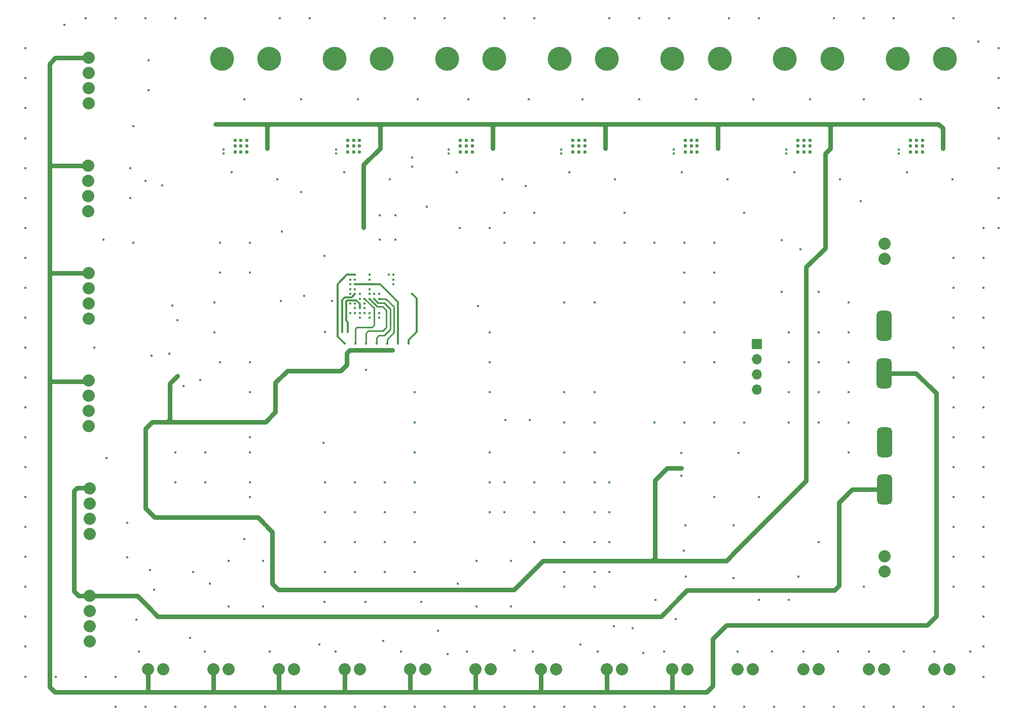
<source format=gbr>
%TF.GenerationSoftware,KiCad,Pcbnew,6.0.0*%
%TF.CreationDate,2022-01-12T19:51:09-05:00*%
%TF.ProjectId,sensor-board,73656e73-6f72-42d6-926f-6172642e6b69,-1*%
%TF.SameCoordinates,Original*%
%TF.FileFunction,Copper,L3,Inr*%
%TF.FilePolarity,Positive*%
%FSLAX46Y46*%
G04 Gerber Fmt 4.6, Leading zero omitted, Abs format (unit mm)*
G04 Created by KiCad (PCBNEW 6.0.0) date 2022-01-12 19:51:09*
%MOMM*%
%LPD*%
G01*
G04 APERTURE LIST*
G04 Aperture macros list*
%AMRoundRect*
0 Rectangle with rounded corners*
0 $1 Rounding radius*
0 $2 $3 $4 $5 $6 $7 $8 $9 X,Y pos of 4 corners*
0 Add a 4 corners polygon primitive as box body*
4,1,4,$2,$3,$4,$5,$6,$7,$8,$9,$2,$3,0*
0 Add four circle primitives for the rounded corners*
1,1,$1+$1,$2,$3*
1,1,$1+$1,$4,$5*
1,1,$1+$1,$6,$7*
1,1,$1+$1,$8,$9*
0 Add four rect primitives between the rounded corners*
20,1,$1+$1,$2,$3,$4,$5,0*
20,1,$1+$1,$4,$5,$6,$7,0*
20,1,$1+$1,$6,$7,$8,$9,0*
20,1,$1+$1,$8,$9,$2,$3,0*%
G04 Aperture macros list end*
%TA.AperFunction,ComponentPad*%
%ADD10C,2.032000*%
%TD*%
%TA.AperFunction,ComponentPad*%
%ADD11C,4.000000*%
%TD*%
%TA.AperFunction,HeatsinkPad*%
%ADD12C,0.600000*%
%TD*%
%TA.AperFunction,ComponentPad*%
%ADD13R,1.700000X1.700000*%
%TD*%
%TA.AperFunction,ComponentPad*%
%ADD14O,1.700000X1.700000*%
%TD*%
%TA.AperFunction,ComponentPad*%
%ADD15RoundRect,0.625000X-0.625000X1.875000X-0.625000X-1.875000X0.625000X-1.875000X0.625000X1.875000X0*%
%TD*%
%TA.AperFunction,ViaPad*%
%ADD16C,0.400000*%
%TD*%
%TA.AperFunction,Conductor*%
%ADD17C,0.800000*%
%TD*%
%TA.AperFunction,Conductor*%
%ADD18C,0.250000*%
%TD*%
%TA.AperFunction,Conductor*%
%ADD19C,0.300000*%
%TD*%
G04 APERTURE END LIST*
D10*
X126708456Y-151300000D03*
X129248456Y-151300000D03*
D11*
X121993933Y-49242000D03*
X114093933Y-49242000D03*
D10*
X214294172Y-151300000D03*
X216834172Y-151300000D03*
X192397740Y-151300000D03*
X194937740Y-151300000D03*
X72989600Y-67089000D03*
X72989600Y-69629000D03*
X72989600Y-72169000D03*
X72989600Y-74709000D03*
X73014600Y-49109000D03*
X73014600Y-51649000D03*
X73014600Y-54189000D03*
X73014600Y-56729000D03*
X205957600Y-134946000D03*
X205957600Y-132406000D03*
D11*
X216035600Y-49242000D03*
X208135600Y-49242000D03*
D12*
X212302268Y-62842000D03*
X212302268Y-63842000D03*
X210302268Y-62842000D03*
X212302268Y-64842000D03*
X211302268Y-62842000D03*
X211302268Y-63842000D03*
X210302268Y-63842000D03*
X210302268Y-64842000D03*
X211302268Y-64842000D03*
D10*
X205957600Y-82688000D03*
X205957600Y-80148000D03*
D12*
X97485600Y-64842000D03*
X99485600Y-63842000D03*
X97485600Y-63842000D03*
X97485600Y-62842000D03*
X99485600Y-64842000D03*
X99485600Y-62842000D03*
X98485600Y-64842000D03*
X98485600Y-62842000D03*
X98485600Y-63842000D03*
D10*
X73240790Y-139009000D03*
X73240790Y-141549000D03*
X73240790Y-144089000D03*
X73240790Y-146629000D03*
D11*
X178418932Y-49242000D03*
X170518932Y-49242000D03*
X159610599Y-49242000D03*
X151710599Y-49242000D03*
D10*
X137656670Y-151300000D03*
X140196670Y-151300000D03*
D13*
X184600000Y-96920000D03*
D14*
X184600000Y-99460000D03*
X184600000Y-102000000D03*
X184600000Y-104540000D03*
D10*
X82915600Y-151300000D03*
X85455600Y-151300000D03*
X181449526Y-151300000D03*
X183989526Y-151300000D03*
X104812028Y-151300000D03*
X107352028Y-151300000D03*
D12*
X155910599Y-63842000D03*
X155910599Y-62842000D03*
X153910599Y-63842000D03*
X153910599Y-62842000D03*
X154910599Y-64842000D03*
X154910599Y-63842000D03*
X155910599Y-64842000D03*
X154910599Y-62842000D03*
X153910599Y-64842000D03*
D15*
X205875000Y-101793333D03*
X205875000Y-93893333D03*
D11*
X103185600Y-49242000D03*
X95285600Y-49242000D03*
D10*
X73014600Y-103049000D03*
X73014600Y-105589000D03*
X73014600Y-108129000D03*
X73014600Y-110669000D03*
D12*
X137102266Y-62842000D03*
X137102266Y-64842000D03*
X136102266Y-63842000D03*
X135102266Y-64842000D03*
X135102266Y-63842000D03*
X137102266Y-63842000D03*
X136102266Y-64842000D03*
X135102266Y-62842000D03*
X136102266Y-62842000D03*
X191493933Y-62842000D03*
X193493933Y-63842000D03*
X192493933Y-62842000D03*
X191493933Y-63842000D03*
X192493933Y-63842000D03*
X192493933Y-64842000D03*
X193493933Y-64842000D03*
X191493933Y-64842000D03*
X193493933Y-62842000D03*
D11*
X197227265Y-49242000D03*
X189327265Y-49242000D03*
D10*
X73014600Y-85069000D03*
X73014600Y-87609000D03*
X73014600Y-90149000D03*
X73014600Y-92689000D03*
X93863814Y-151300000D03*
X96403814Y-151300000D03*
X115760242Y-151300000D03*
X118300242Y-151300000D03*
X148604884Y-151300000D03*
X151144884Y-151300000D03*
X159553098Y-151300000D03*
X162093098Y-151300000D03*
D15*
X205957600Y-121200666D03*
X205957600Y-113300666D03*
D10*
X170501312Y-151300000D03*
X173041312Y-151300000D03*
D12*
X173685600Y-62842000D03*
X172685600Y-62842000D03*
X174685600Y-63842000D03*
X174685600Y-62842000D03*
X173685600Y-64842000D03*
X172685600Y-63842000D03*
X172685600Y-64842000D03*
X173685600Y-63842000D03*
X174685600Y-64842000D03*
X118293933Y-64842000D03*
X118293933Y-62842000D03*
X116293933Y-62842000D03*
X117293933Y-62842000D03*
X117293933Y-63842000D03*
X117293933Y-64842000D03*
X116293933Y-64842000D03*
X118293933Y-63842000D03*
X116293933Y-63842000D03*
D10*
X73240790Y-121029000D03*
X73240790Y-123569000D03*
X73240790Y-126109000D03*
X73240790Y-128649000D03*
D11*
X140802266Y-49242000D03*
X132902266Y-49242000D03*
D10*
X203345954Y-151300000D03*
X205885954Y-151300000D03*
D16*
X112500000Y-120000000D03*
X195000000Y-105000000D03*
X197500000Y-42500000D03*
X182500000Y-157500000D03*
X174500000Y-56000000D03*
X222500000Y-112500000D03*
X162500000Y-75000000D03*
X190000000Y-139700000D03*
X217500000Y-117500000D03*
X135000000Y-77500000D03*
X191600000Y-135800000D03*
X134710600Y-136951000D03*
X127500000Y-42500000D03*
X127500000Y-110000000D03*
X100000000Y-85000000D03*
X108500000Y-71500000D03*
X195000000Y-130000000D03*
X118000000Y-56000000D03*
X62500000Y-57500000D03*
X80500000Y-80000000D03*
X87500000Y-120000000D03*
X157500000Y-105000000D03*
X155500000Y-56000000D03*
X120735600Y-88542000D03*
X127500000Y-125000000D03*
X69000000Y-43600000D03*
X225000000Y-72500000D03*
X112400000Y-140000000D03*
X114235600Y-148350000D03*
X217500000Y-132500000D03*
X202000000Y-73000000D03*
X152500000Y-80000000D03*
X217500000Y-97500000D03*
X99000000Y-56000000D03*
X77500000Y-157500000D03*
X200000000Y-110000000D03*
X177500000Y-122500000D03*
X127500000Y-105000000D03*
X152500000Y-125000000D03*
X80500000Y-60500000D03*
X225000000Y-67500000D03*
X200000000Y-115000000D03*
X191926600Y-81103000D03*
X217500000Y-102500000D03*
X116735600Y-90142000D03*
X95000000Y-100000000D03*
X77500000Y-42500000D03*
X129500000Y-74000000D03*
X222500000Y-152500000D03*
X193500000Y-56000000D03*
X157500000Y-80000000D03*
X225000000Y-62500000D03*
X220260600Y-148275000D03*
X87500000Y-157500000D03*
X160000000Y-135000000D03*
X102500000Y-157500000D03*
X212500000Y-157500000D03*
X122500000Y-135000000D03*
X62500000Y-77500000D03*
X157500000Y-137500000D03*
X62500000Y-87500000D03*
X217500000Y-87500000D03*
X147500000Y-157500000D03*
X142500000Y-157500000D03*
X142500000Y-75000000D03*
X222500000Y-107500000D03*
X121535600Y-88542000D03*
X190000000Y-95000000D03*
X140000000Y-77500000D03*
X81000000Y-143000000D03*
X62500000Y-112500000D03*
X140000000Y-125000000D03*
X152500000Y-135000000D03*
X162500000Y-157500000D03*
X75500000Y-79500000D03*
X62500000Y-117500000D03*
X167700000Y-139700000D03*
X81435600Y-148350000D03*
X172500000Y-80000000D03*
X127500000Y-135000000D03*
X62500000Y-137500000D03*
X80000000Y-67500000D03*
X202500000Y-56000000D03*
X62500000Y-72500000D03*
X62500000Y-127500000D03*
X83275600Y-134663000D03*
X110000000Y-42500000D03*
X125235600Y-148350000D03*
X221600000Y-46400000D03*
X62500000Y-67500000D03*
X100000000Y-112500000D03*
X197500000Y-157500000D03*
X195000000Y-100000000D03*
X62500000Y-107500000D03*
X119343600Y-101242500D03*
X119300000Y-140000000D03*
X140000000Y-100000000D03*
X177500000Y-100000000D03*
X157500000Y-125000000D03*
X86500000Y-98500000D03*
X212000000Y-56000000D03*
X122500000Y-125000000D03*
X100000000Y-115000000D03*
X92500000Y-115000000D03*
X180000000Y-42500000D03*
X144200000Y-148100000D03*
X177500000Y-80000000D03*
X137500000Y-157500000D03*
X172500000Y-157500000D03*
X122500000Y-130000000D03*
X217500000Y-127500000D03*
X95000000Y-85000000D03*
X152500000Y-90000000D03*
X84000000Y-138000000D03*
X62500000Y-82500000D03*
X94000000Y-95000000D03*
X222500000Y-102500000D03*
X62500000Y-97500000D03*
X200000000Y-100000000D03*
X146500000Y-56000000D03*
X77500000Y-152500000D03*
X142500000Y-80000000D03*
X100000000Y-100000000D03*
X165700000Y-148600000D03*
X95000000Y-80000000D03*
X188802400Y-88159400D03*
X140000000Y-115000000D03*
X152500000Y-110000000D03*
X117535600Y-86142000D03*
X105000000Y-42500000D03*
X117500000Y-135000000D03*
X222500000Y-132500000D03*
X152500000Y-115000000D03*
X157500000Y-115000000D03*
X147500000Y-130000000D03*
X170000000Y-42500000D03*
X165000000Y-56000000D03*
X83000000Y-49500000D03*
X185000000Y-122500000D03*
X133000000Y-148700000D03*
X209210600Y-148275000D03*
X152500000Y-137500000D03*
X202500000Y-157500000D03*
X222500000Y-77500000D03*
X132500000Y-157500000D03*
X165000000Y-42500000D03*
X127500000Y-120000000D03*
X87835600Y-92919000D03*
X200000000Y-105000000D03*
X74000000Y-97500000D03*
X152500000Y-130000000D03*
X132500000Y-42500000D03*
X119935600Y-88542000D03*
X128000000Y-56000000D03*
X172500000Y-95000000D03*
X222500000Y-92500000D03*
X177500000Y-85000000D03*
X117500000Y-125000000D03*
X112500000Y-157500000D03*
X195000000Y-110000000D03*
X182500000Y-75000000D03*
X122200000Y-146500000D03*
X177500000Y-110000000D03*
X62500000Y-62500000D03*
X217500000Y-112500000D03*
X97500000Y-157500000D03*
X103235600Y-148350000D03*
X127500000Y-157500000D03*
X198160600Y-148275000D03*
X111600000Y-147100000D03*
X172500000Y-90000000D03*
X217500000Y-137500000D03*
X222500000Y-147500000D03*
X177500000Y-95000000D03*
X190000000Y-105000000D03*
X222500000Y-117500000D03*
X140000000Y-120000000D03*
X172500000Y-110000000D03*
X222500000Y-142500000D03*
X140000000Y-105000000D03*
X182500000Y-110000000D03*
X172458600Y-131490000D03*
X217500000Y-107500000D03*
X82500000Y-42500000D03*
X157500000Y-157500000D03*
X162500000Y-80000000D03*
X157500000Y-110000000D03*
X147500000Y-80000000D03*
X67500000Y-152500000D03*
X217500000Y-42500000D03*
X92435600Y-148350000D03*
X147500000Y-75000000D03*
X87000000Y-90500000D03*
X217500000Y-157500000D03*
X157500000Y-120000000D03*
X92500000Y-42500000D03*
X80000000Y-72500000D03*
X62500000Y-102500000D03*
X188802400Y-79553600D03*
X93308600Y-136951000D03*
X122500000Y-120000000D03*
X62500000Y-52500000D03*
X147235600Y-148350000D03*
X167500000Y-157500000D03*
X100000000Y-120000000D03*
X163900000Y-144400000D03*
X108500000Y-56000000D03*
X62500000Y-152500000D03*
X112500000Y-135000000D03*
X167500000Y-80000000D03*
X172500000Y-85000000D03*
X142500000Y-125000000D03*
X160800000Y-144100000D03*
X225000000Y-52500000D03*
X207500000Y-157500000D03*
X117500000Y-157500000D03*
X152500000Y-157500000D03*
X128600000Y-140000000D03*
X185000000Y-139700000D03*
X127500000Y-115000000D03*
X195000000Y-88215000D03*
X158035600Y-148350000D03*
X160000000Y-125000000D03*
X146000000Y-70500000D03*
X207500000Y-42500000D03*
X192500000Y-157500000D03*
X87500000Y-115000000D03*
X62500000Y-132500000D03*
X157500000Y-135000000D03*
X152500000Y-105000000D03*
X222500000Y-137500000D03*
X94000000Y-90000000D03*
X217500000Y-122500000D03*
X92500000Y-120000000D03*
X225000000Y-77500000D03*
X147500000Y-120000000D03*
X62500000Y-122500000D03*
X136235600Y-148350000D03*
X190000000Y-100000000D03*
X62500000Y-92500000D03*
X181573600Y-115107000D03*
X187500000Y-157500000D03*
X62500000Y-142500000D03*
X217500000Y-92500000D03*
X222500000Y-87500000D03*
X131400000Y-144800000D03*
X155200000Y-147100000D03*
X112275000Y-113425000D03*
X217500000Y-82500000D03*
X90500000Y-135000000D03*
X107500000Y-157500000D03*
X187210600Y-148275000D03*
X185000000Y-42500000D03*
X222500000Y-97500000D03*
X171100000Y-142900000D03*
X99000000Y-129500000D03*
X127500000Y-130000000D03*
X76000000Y-116000000D03*
X202500000Y-137500000D03*
X112385600Y-82142000D03*
X100000000Y-122500000D03*
X122500000Y-42500000D03*
X140000000Y-95000000D03*
X200000000Y-90000000D03*
X72500000Y-42500000D03*
X100000000Y-80000000D03*
X169106600Y-148279000D03*
X184000000Y-56000000D03*
X90000000Y-146000000D03*
X100000000Y-105000000D03*
X117500000Y-130000000D03*
X147500000Y-125000000D03*
X147500000Y-42500000D03*
X92500000Y-157500000D03*
X195000000Y-95000000D03*
X142500000Y-42500000D03*
X160000000Y-130000000D03*
X222500000Y-122500000D03*
X117500000Y-120000000D03*
X160000000Y-120000000D03*
X160000000Y-42500000D03*
X62500000Y-47500000D03*
X142500000Y-120000000D03*
X225000000Y-47500000D03*
X112500000Y-125000000D03*
X83000000Y-54500000D03*
X222500000Y-82500000D03*
X136500000Y-56000000D03*
X82500000Y-157500000D03*
X87500000Y-42500000D03*
X112500000Y-130000000D03*
X62500000Y-147500000D03*
X202500000Y-42500000D03*
X225000000Y-57500000D03*
X152500000Y-120000000D03*
X177500000Y-157500000D03*
X177500000Y-90000000D03*
X190000000Y-110000000D03*
X200000000Y-95000000D03*
X122500000Y-157500000D03*
X222500000Y-127500000D03*
X157500000Y-90000000D03*
X167500000Y-110000000D03*
X157500000Y-130000000D03*
X72500000Y-152500000D03*
X105335600Y-78117000D03*
X172500000Y-100000000D03*
X196885600Y-64242000D03*
X87835600Y-102226925D03*
X119935600Y-89342000D03*
X119343600Y-96810500D03*
X118467600Y-97940500D03*
X124677600Y-96810500D03*
X123801600Y-97940500D03*
X140485600Y-64242000D03*
X121535600Y-89342000D03*
X120245600Y-97940500D03*
X150635600Y-60142000D03*
X172048600Y-117647000D03*
X215685600Y-64242000D03*
X112231600Y-101382500D03*
X94235600Y-60142000D03*
X120735600Y-89342000D03*
X122899600Y-96810500D03*
X121121600Y-96810500D03*
X131835600Y-60142000D03*
X121685600Y-64242000D03*
X188235600Y-60142000D03*
X117535600Y-86942000D03*
X169435600Y-60142000D03*
X145126600Y-136951000D03*
X122023600Y-97940500D03*
X192876600Y-88199800D03*
X117565600Y-96810500D03*
X102885600Y-64242000D03*
X178085600Y-64242000D03*
X115787600Y-96810500D03*
X181163600Y-131490000D03*
X159285600Y-64242000D03*
X83275600Y-125265000D03*
X119135600Y-89342000D03*
X118962600Y-77481000D03*
X113035600Y-60142000D03*
X116689600Y-97940500D03*
X117535600Y-85342000D03*
X103724600Y-136951000D03*
X180771600Y-136000000D03*
X214294172Y-148279000D03*
X180735600Y-127207000D03*
X203345954Y-148279000D03*
X172735600Y-127207000D03*
X192397740Y-148279000D03*
X172771600Y-135800000D03*
X181449526Y-148279000D03*
X85307600Y-70401000D03*
X82513600Y-69639000D03*
X117535600Y-90142000D03*
X83529600Y-98849000D03*
X88863600Y-103929000D03*
X91657600Y-102913000D03*
X117535600Y-90942000D03*
X96438600Y-133141000D03*
X117535600Y-91742000D03*
X96438400Y-140766800D03*
X118335600Y-92542000D03*
X138035600Y-90542000D03*
X119135600Y-90942000D03*
X217335600Y-69392000D03*
X209672600Y-68242000D03*
X160935600Y-69392000D03*
X153284600Y-68242000D03*
X104535600Y-69392000D03*
X96896600Y-68242000D03*
X198535600Y-69392000D03*
X190876600Y-68242000D03*
X142135600Y-69392000D03*
X134488600Y-68242000D03*
X179735600Y-69392000D03*
X172080600Y-68242000D03*
X115692600Y-68242000D03*
X123335600Y-69392000D03*
X105135600Y-89742000D03*
X116735600Y-88542000D03*
X117535600Y-88542000D03*
X79465600Y-126788800D03*
X115335600Y-94892000D03*
X117535600Y-87742000D03*
X79465600Y-132528800D03*
X118335600Y-88542000D03*
X146664000Y-109600000D03*
X116735600Y-91742000D03*
X118335600Y-89342000D03*
X102178400Y-140766800D03*
X112485600Y-94892000D03*
X113685600Y-89742000D03*
X102178600Y-133141000D03*
X118335600Y-90942000D03*
X116335600Y-94892000D03*
X143549400Y-140766800D03*
X118335600Y-91742000D03*
X143549600Y-133141000D03*
X119135600Y-91742000D03*
X119135600Y-90142000D03*
X142600000Y-109600000D03*
X119935600Y-91742000D03*
X137809600Y-133141000D03*
X137809400Y-140766800D03*
X119935600Y-92542000D03*
X121535600Y-91742000D03*
X121535600Y-92542000D03*
X123935600Y-85342000D03*
X123135600Y-85342000D03*
X114335600Y-64442000D03*
X170735600Y-64442000D03*
X151935600Y-64442000D03*
X121629600Y-75449000D03*
X127090600Y-67321000D03*
X95535600Y-64442000D03*
X127090600Y-65797000D03*
X189535600Y-64442000D03*
X133135600Y-64442000D03*
X208335600Y-64442000D03*
X189535600Y-65042000D03*
X208335600Y-65042000D03*
X121629600Y-79513000D03*
X114335600Y-65042000D03*
X151935600Y-65042000D03*
X95535600Y-65042000D03*
X133135600Y-65042000D03*
X170735600Y-65042000D03*
X172048600Y-115107000D03*
X123935600Y-86142000D03*
X123935600Y-86942000D03*
X172048600Y-118917000D03*
X119935600Y-85342000D03*
X124285600Y-79502000D03*
X119935600Y-86142000D03*
X124296600Y-75449000D03*
X116735600Y-86142000D03*
X116735600Y-86942000D03*
X119935600Y-87742000D03*
X126455600Y-96810500D03*
X127090600Y-88530000D03*
X116735600Y-87742000D03*
X108985600Y-88892000D03*
D17*
X181192600Y-131490000D02*
X181163600Y-131490000D01*
X102175000Y-109925000D02*
X86950000Y-109925000D01*
X86188000Y-109925000D02*
X86061000Y-109925000D01*
X116105100Y-100419900D02*
X115142500Y-101382500D01*
X106192500Y-101382500D02*
X113317500Y-101382500D01*
X215685600Y-64242000D02*
X215685600Y-60842000D01*
D18*
X119135600Y-89342000D02*
X119139600Y-89342000D01*
D19*
X114585600Y-95608500D02*
X115787600Y-96810500D01*
D17*
X102885600Y-60542000D02*
X103285600Y-60142000D01*
D19*
X116135600Y-85342000D02*
X114585600Y-86892000D01*
D18*
X119724600Y-94753000D02*
X119343600Y-95134000D01*
X121502600Y-95515000D02*
X121121600Y-95896000D01*
X121121600Y-95896000D02*
X121121600Y-96810500D01*
D17*
X150635600Y-60142000D02*
X159285600Y-60142000D01*
X121685600Y-60542000D02*
X121285600Y-60142000D01*
X121685600Y-60542000D02*
X122085600Y-60142000D01*
X196051600Y-65076000D02*
X196051600Y-80910000D01*
X192876600Y-84085000D02*
X192876600Y-88199800D01*
D19*
X117535600Y-85342000D02*
X116135600Y-85342000D01*
D17*
X82513600Y-111061400D02*
X82513600Y-111288600D01*
X86569000Y-109544000D02*
X86950000Y-109925000D01*
D18*
X122772600Y-94118000D02*
X122137600Y-94753000D01*
D17*
X159285600Y-60142000D02*
X159285600Y-64242000D01*
X82513600Y-111288600D02*
X82513600Y-124363600D01*
X102485600Y-60142000D02*
X102285600Y-60142000D01*
X103724600Y-128299600D02*
X103724600Y-136951000D01*
X140485600Y-60542000D02*
X140085600Y-60142000D01*
X103285600Y-60142000D02*
X103435600Y-60142000D01*
X192876600Y-88199800D02*
X192876600Y-119806000D01*
X86569000Y-109544000D02*
X86569000Y-109925000D01*
X167984600Y-133141000D02*
X179512600Y-133141000D01*
X215685600Y-60842000D02*
X214985600Y-60142000D01*
X83650000Y-109925000D02*
X82513600Y-111061400D01*
X86061000Y-109925000D02*
X83650000Y-109925000D01*
X86577600Y-103484925D02*
X86577600Y-109771000D01*
X116105100Y-98436000D02*
X116105100Y-100419900D01*
X196885600Y-60542000D02*
X197285600Y-60142000D01*
D18*
X122695600Y-89342000D02*
X124042600Y-90689000D01*
D17*
X118962600Y-66965000D02*
X121685600Y-64242000D01*
X94235600Y-60142000D02*
X102285600Y-60142000D01*
D18*
X117565600Y-94372000D02*
X117565600Y-96810500D01*
D17*
X102885600Y-60542000D02*
X102485600Y-60142000D01*
D18*
X122137600Y-90689000D02*
X122772600Y-91324000D01*
D17*
X167222600Y-133141000D02*
X166968600Y-133141000D01*
X167603600Y-132760000D02*
X167222600Y-133141000D01*
X103435600Y-60142000D02*
X113035600Y-60142000D01*
X86569000Y-109544000D02*
X86188000Y-109925000D01*
X167984600Y-133141000D02*
X167603600Y-132760000D01*
X145126600Y-136951000D02*
X145126600Y-136949000D01*
X196885600Y-60542000D02*
X196485600Y-60142000D01*
X167603600Y-132760000D02*
X167603600Y-133141000D01*
D18*
X120735600Y-89342000D02*
X120735600Y-89414000D01*
D17*
X178085600Y-60142000D02*
X178085600Y-64242000D01*
D18*
X124042600Y-95007000D02*
X122899600Y-96150000D01*
D17*
X196051600Y-80910000D02*
X192876600Y-84085000D01*
D18*
X123407600Y-94499000D02*
X122391600Y-95515000D01*
D17*
X192876600Y-119806000D02*
X181192600Y-131490000D01*
D18*
X121375600Y-90054000D02*
X122391600Y-90054000D01*
D17*
X169635600Y-117647000D02*
X167603600Y-119679000D01*
D18*
X122899600Y-96150000D02*
X122899600Y-96810500D01*
D17*
X113317500Y-101382500D02*
X112231600Y-101382500D01*
X159285600Y-60542000D02*
X159685600Y-60142000D01*
D18*
X120735600Y-89414000D02*
X121375600Y-90054000D01*
X119343600Y-95134000D02*
X119343600Y-96810500D01*
D17*
X102550000Y-109925000D02*
X104200000Y-108275000D01*
X145126600Y-136951000D02*
X145124600Y-136951000D01*
X140485600Y-60142000D02*
X150635600Y-60142000D01*
X102885600Y-60142000D02*
X102885600Y-60542000D01*
X116626100Y-97915000D02*
X116105100Y-98436000D01*
X145124600Y-136951000D02*
X144108600Y-137967000D01*
X102175000Y-109925000D02*
X102550000Y-109925000D01*
X172048600Y-117647000D02*
X169635600Y-117647000D01*
X82513600Y-124363600D02*
X84050000Y-125900000D01*
X167603600Y-119679000D02*
X167603600Y-132760000D01*
D18*
X123407600Y-91070000D02*
X123407600Y-94499000D01*
X120359600Y-94118000D02*
X117819600Y-94118000D01*
D17*
X86950000Y-109925000D02*
X86569000Y-109925000D01*
X121685600Y-60142000D02*
X131835600Y-60142000D01*
X102885600Y-60542000D02*
X102885600Y-64242000D01*
D18*
X120740600Y-90943000D02*
X120740600Y-93737000D01*
X122137600Y-94753000D02*
X119724600Y-94753000D01*
X119139600Y-89342000D02*
X120740600Y-90943000D01*
D17*
X159285600Y-60542000D02*
X158885600Y-60142000D01*
D18*
X119935600Y-89342000D02*
X119935600Y-89376000D01*
X122391600Y-90054000D02*
X123407600Y-91070000D01*
D19*
X114585600Y-86892000D02*
X114585600Y-95608500D01*
X121692600Y-86942000D02*
X124677600Y-89927000D01*
D17*
X113035600Y-60142000D02*
X121685600Y-60142000D01*
X166968600Y-133141000D02*
X167603600Y-133141000D01*
X188235600Y-60142000D02*
X196885600Y-60142000D01*
X101325000Y-125900000D02*
X103724600Y-128299600D01*
X196885600Y-60142000D02*
X207035600Y-60142000D01*
X104200000Y-103375000D02*
X106192500Y-101382500D01*
X144108600Y-137967000D02*
X104738600Y-137967000D01*
X102885600Y-60142000D02*
X103435600Y-60142000D01*
X102535600Y-60142000D02*
X102885600Y-60142000D01*
D19*
X117535600Y-86942000D02*
X121692600Y-86942000D01*
D17*
X167603600Y-133141000D02*
X167984600Y-133141000D01*
X103724600Y-136953000D02*
X104738600Y-137967000D01*
D18*
X122391600Y-95515000D02*
X121502600Y-95515000D01*
D17*
X84050000Y-125900000D02*
X101325000Y-125900000D01*
X178085600Y-60542000D02*
X178485600Y-60142000D01*
D18*
X120740600Y-93737000D02*
X120359600Y-94118000D01*
D17*
X123738100Y-97915000D02*
X116626100Y-97915000D01*
X145126600Y-136949000D02*
X148934600Y-133141000D01*
D18*
X121248600Y-90689000D02*
X122137600Y-90689000D01*
D17*
X207035600Y-60142000D02*
X214985600Y-60142000D01*
X196885600Y-60142000D02*
X196885600Y-64242000D01*
X118962600Y-77481000D02*
X118962600Y-66965000D01*
X115142500Y-101382500D02*
X113317500Y-101382500D01*
X86569000Y-109925000D02*
X86061000Y-109925000D01*
X131835600Y-60142000D02*
X140485600Y-60142000D01*
D19*
X124677600Y-89927000D02*
X124677600Y-96810500D01*
D17*
X159285600Y-60142000D02*
X169435600Y-60142000D01*
X121685600Y-60142000D02*
X121685600Y-64242000D01*
X179512600Y-133141000D02*
X181163600Y-131490000D01*
X196885600Y-64242000D02*
X196051600Y-65076000D01*
X102285600Y-60142000D02*
X102535600Y-60142000D01*
X169435600Y-60142000D02*
X178085600Y-60142000D01*
D18*
X122772600Y-91324000D02*
X122772600Y-94118000D01*
X117819600Y-94118000D02*
X117565600Y-94372000D01*
D17*
X103724600Y-136951000D02*
X103724600Y-136953000D01*
D18*
X119935600Y-89376000D02*
X121248600Y-90689000D01*
D17*
X140485600Y-60142000D02*
X140485600Y-64242000D01*
X148934600Y-133141000D02*
X166968600Y-133141000D01*
X178085600Y-60142000D02*
X188235600Y-60142000D01*
X87835600Y-102226925D02*
X86577600Y-103484925D01*
X104200000Y-108275000D02*
X104200000Y-103375000D01*
D18*
X121535600Y-89342000D02*
X122695600Y-89342000D01*
D17*
X178085600Y-60542000D02*
X177685600Y-60142000D01*
X140485600Y-60542000D02*
X140885600Y-60142000D01*
D18*
X124042600Y-90689000D02*
X124042600Y-95007000D01*
D19*
X116985600Y-89092000D02*
X117535600Y-88542000D01*
X115335600Y-89592000D02*
X115835600Y-89092000D01*
X115835600Y-89092000D02*
X116985600Y-89092000D01*
X115335600Y-94892000D02*
X115335600Y-89592000D01*
X116235600Y-89642000D02*
X116035600Y-89842000D01*
X116035600Y-92992000D02*
X116335600Y-93292000D01*
X118335600Y-90942000D02*
X118335600Y-90192000D01*
X117785600Y-89642000D02*
X116235600Y-89642000D01*
X116335600Y-93292000D02*
X116335600Y-94892000D01*
X118335600Y-90192000D02*
X117785600Y-89642000D01*
X116035600Y-89842000D02*
X116035600Y-92992000D01*
D17*
X84535000Y-142440000D02*
X168591600Y-142440000D01*
X70575600Y-138219000D02*
X71365600Y-139009000D01*
X198337600Y-137332000D02*
X198337600Y-123412400D01*
X197575600Y-138094000D02*
X198337600Y-137332000D01*
X73240790Y-139009000D02*
X81132000Y-139009000D01*
X70575600Y-121455000D02*
X70575600Y-138219000D01*
X168591600Y-142440000D02*
X172937600Y-138094000D01*
X172937600Y-138094000D02*
X197575600Y-138094000D01*
X71083600Y-120947000D02*
X70575600Y-121455000D01*
X81132000Y-139009000D02*
X82825000Y-140702000D01*
X73240790Y-121029000D02*
X73158790Y-120947000D01*
X198337600Y-123412400D02*
X200549334Y-121200666D01*
X200549334Y-121200666D02*
X205957600Y-121200666D01*
X73158790Y-120947000D02*
X71083600Y-120947000D01*
X71365600Y-139009000D02*
X73240790Y-139009000D01*
X82825000Y-140730000D02*
X84535000Y-142440000D01*
X115760242Y-151300000D02*
X115760242Y-155084642D01*
X104865600Y-155112000D02*
X115787600Y-155112000D01*
X177255600Y-154096000D02*
X177255600Y-146222000D01*
X179541600Y-143936000D02*
X213069600Y-143936000D01*
X148604884Y-151300000D02*
X148604884Y-155060716D01*
X66575600Y-85069000D02*
X66511600Y-85133000D01*
X211243333Y-101793333D02*
X205875000Y-101793333D01*
X85561600Y-155112000D02*
X82767600Y-155112000D01*
X214593600Y-142412000D02*
X214593600Y-105143600D01*
X72896600Y-103167000D02*
X66511600Y-103167000D01*
X159221600Y-155112000D02*
X159475600Y-155112000D01*
X148604884Y-155060716D02*
X148553600Y-155112000D01*
X170397600Y-155112000D02*
X176239600Y-155112000D01*
X137656670Y-155086930D02*
X137631600Y-155112000D01*
X126709600Y-155112000D02*
X137631600Y-155112000D01*
X177255600Y-146222000D02*
X179541600Y-143936000D01*
X137631600Y-155112000D02*
X148553600Y-155112000D01*
X159221600Y-155112000D02*
X170397600Y-155112000D01*
X148553600Y-155112000D02*
X159221600Y-155112000D01*
X104812028Y-151300000D02*
X104812028Y-155058428D01*
X159553098Y-155034502D02*
X159475600Y-155112000D01*
X73014600Y-49109000D02*
X67483600Y-49109000D01*
X159553098Y-151300000D02*
X159553098Y-155034502D01*
X93863814Y-155032214D02*
X93943600Y-155112000D01*
X66511600Y-85133000D02*
X66511600Y-103167000D01*
X66511600Y-67099000D02*
X66511600Y-85133000D01*
X126708456Y-151300000D02*
X126708456Y-155110856D01*
X93863814Y-151300000D02*
X93863814Y-155032214D01*
X137656670Y-151300000D02*
X137656670Y-155086930D01*
X170501312Y-155008288D02*
X170397600Y-155112000D01*
X82915600Y-151300000D02*
X82915600Y-154964000D01*
X73014600Y-103049000D02*
X72896600Y-103167000D01*
X104812028Y-155058428D02*
X104865600Y-155112000D01*
X72979600Y-67099000D02*
X66511600Y-67099000D01*
X93943600Y-155112000D02*
X104865600Y-155112000D01*
X176239600Y-155112000D02*
X177255600Y-154096000D01*
X66511600Y-154261600D02*
X66511600Y-103167000D01*
X73014600Y-85069000D02*
X66575600Y-85069000D01*
X115760242Y-155084642D02*
X115787600Y-155112000D01*
X126708456Y-155110856D02*
X126709600Y-155112000D01*
X85561600Y-155112000D02*
X93943600Y-155112000D01*
X82915600Y-154964000D02*
X82767600Y-155112000D01*
X72989600Y-67089000D02*
X72979600Y-67099000D01*
X115787600Y-155112000D02*
X126709600Y-155112000D01*
X213069600Y-143936000D02*
X214593600Y-142412000D01*
X214593600Y-105143600D02*
X211243333Y-101793333D01*
X67483600Y-49109000D02*
X66511600Y-50081000D01*
X67362000Y-155112000D02*
X66511600Y-154261600D01*
X170501312Y-151300000D02*
X170501312Y-155008288D01*
X66511600Y-50081000D02*
X66511600Y-67099000D01*
X82767600Y-155112000D02*
X67362000Y-155112000D01*
D19*
X127090600Y-88530000D02*
X127852600Y-89292000D01*
X127852600Y-94880000D02*
X126455600Y-96277000D01*
X126455600Y-96277000D02*
X126455600Y-96810500D01*
X127852600Y-89292000D02*
X127852600Y-94880000D01*
M02*

</source>
